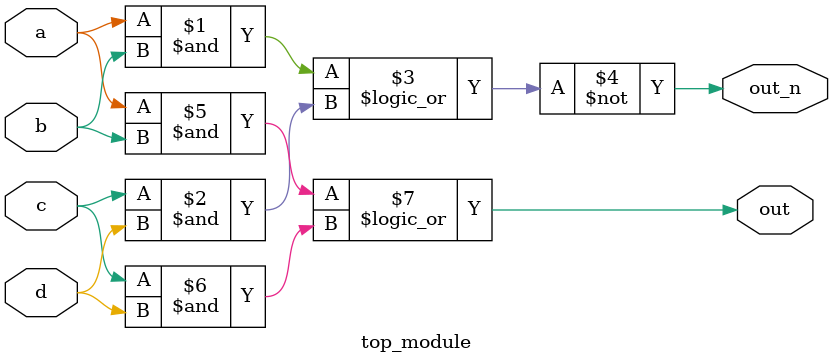
<source format=v>
`default_nettype none // this disables implicit nets to reduce some chance of bugs
module top_module(
    input a,
    input b,
    input c,
    input d,
    output out,
    output out_n   ); 

    assign out_n = ~((a & b) || (c & d));
    assign out = ((a & b) || (c & d));

endmodule
</source>
